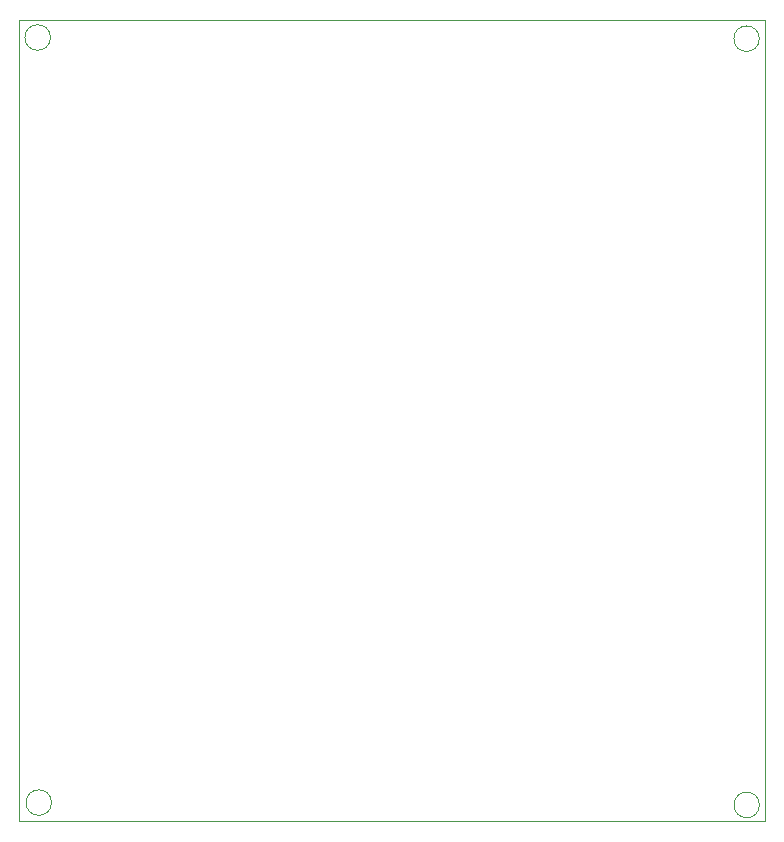
<source format=gbr>
%TF.GenerationSoftware,KiCad,Pcbnew,7.0.1*%
%TF.CreationDate,2023-04-20T18:11:54+02:00*%
%TF.ProjectId,PCB_Tetris,5043425f-5465-4747-9269-732e6b696361,rev?*%
%TF.SameCoordinates,Original*%
%TF.FileFunction,Profile,NP*%
%FSLAX46Y46*%
G04 Gerber Fmt 4.6, Leading zero omitted, Abs format (unit mm)*
G04 Created by KiCad (PCBNEW 7.0.1) date 2023-04-20 18:11:54*
%MOMM*%
%LPD*%
G01*
G04 APERTURE LIST*
%TA.AperFunction,Profile*%
%ADD10C,0.100000*%
%TD*%
G04 APERTURE END LIST*
D10*
X48102631Y-64700000D02*
G75*
G03*
X48102631Y-64700000I-1077631J0D01*
G01*
X48194631Y-129474630D02*
G75*
G03*
X48194631Y-129474630I-1077631J0D01*
G01*
X108125001Y-64800000D02*
G75*
G03*
X108125001Y-64800000I-1077631J0D01*
G01*
X45466000Y-63253000D02*
X108585000Y-63253000D01*
X108585000Y-131064000D01*
X45466000Y-131064000D01*
X45466000Y-63253000D01*
X108130261Y-129675000D02*
G75*
G03*
X108130261Y-129675000I-1077631J0D01*
G01*
M02*

</source>
